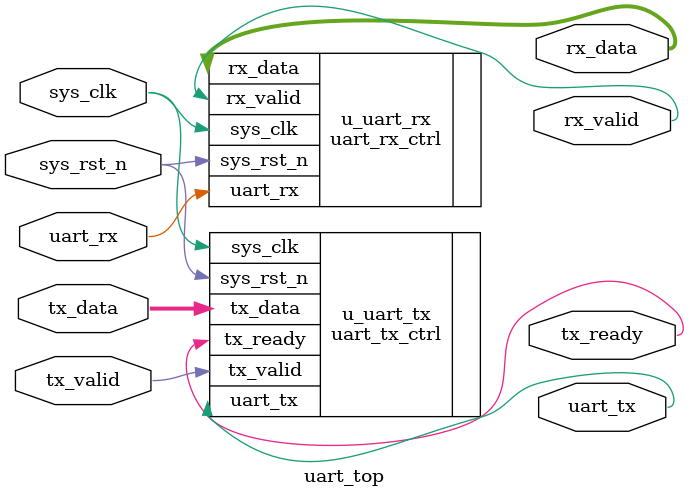
<source format=v>
`timescale 1 ns / 1 ns
module uart_top #(
parameter   BAUDRATE    =  115200       , // 2400 , 4800 , 9600 , 19200 , 38400 , 115200
parameter   CLK_DIV     =  12'd868      , // (1000000000ns/10ns)/115200 = 868.06
parameter   PARITY_TYPE = "no parity"   , //"no parity" , "odd parity" , "even parity"
parameter   U_DLY       =  1
)(
input               sys_clk                 ,   
input               sys_rst_n               ,   

output     [7:0]    rx_data                 ,
output              rx_valid                ,

input      [7:0]    tx_data                 ,
input               tx_valid                ,
output              tx_ready                ,

input               uart_rx                 ,   
output              uart_tx                    
);

uart_tx_ctrl#(
    .BAUDRATE                   (BAUDRATE                   ),
    .CLK_DIV                    (CLK_DIV                    ),
    .PARITY_TYPE                (PARITY_TYPE                ),
    .U_DLY                      (U_DLY                      )
)
u_uart_tx(
    .sys_clk                    (sys_clk                    ),
    .sys_rst_n                  (sys_rst_n                  ),

    .tx_data                    (tx_data                    ),
    .tx_valid                   (tx_valid                   ),
    .tx_ready                   (tx_ready                   ),

    .uart_tx                    (uart_tx                    )
);

uart_rx_ctrl#(
    .BAUDRATE                   (BAUDRATE                   ),
    .CLK_DIV                    (CLK_DIV                    ),
    .PARITY_TYPE                (PARITY_TYPE                ),
    .U_DLY                      (U_DLY                      )
)
u_uart_rx(
    .sys_clk                    (sys_clk                    ),
    .sys_rst_n                  (sys_rst_n                  ),

    .rx_data                    (rx_data                    ),
    .rx_valid                   (rx_valid                   ),

    .uart_rx                    (uart_rx                    )
);

endmodule  




</source>
